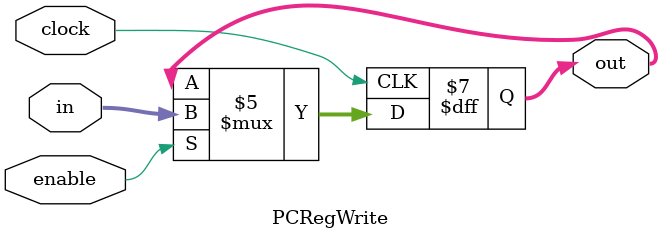
<source format=v>
/**
 * Program Counter Register Module
 * Stores and updates the current program counter value
 * Controls instruction fetch address based on enable signal
 */
module PCRegWrite(
    input             clock,    // Clock signal
    input      [31:0] in,      // Next PC value
    input             enable,   // Enable signal for PC update
    output reg [31:0] out      // Current PC value
);

    // Initialize PC to 0
    initial begin
        out = 32'b0;
    end

    // Update PC on clock edge if enabled
    always @(posedge clock) begin
        if (enable == 1'b1) begin
            out = in;
        end
    end
endmodule

</source>
